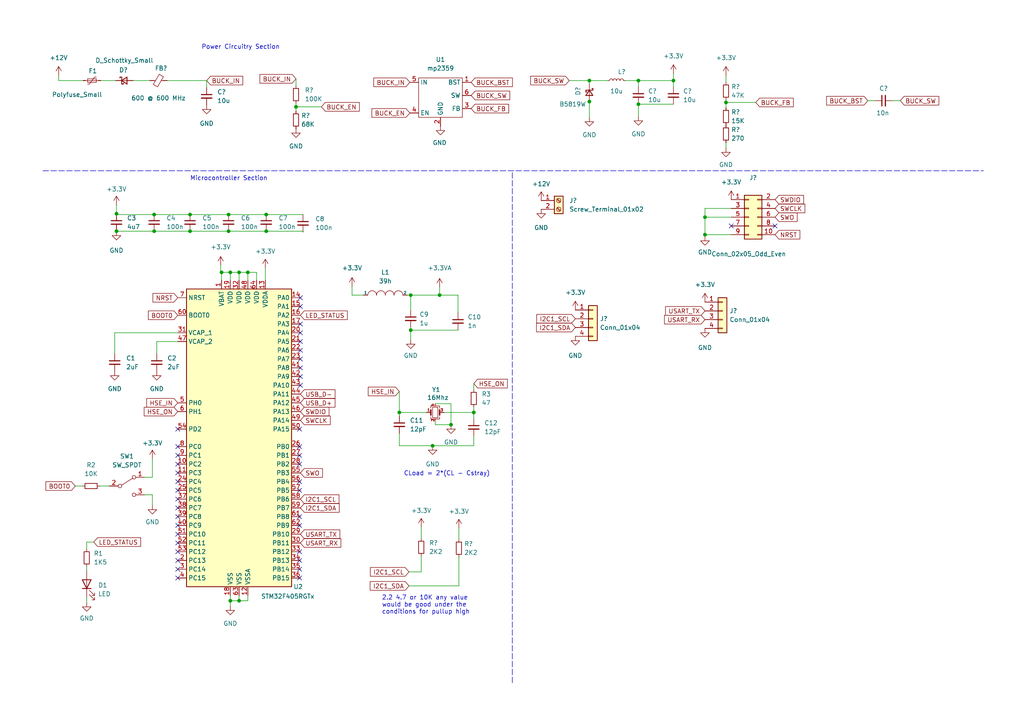
<source format=kicad_sch>
(kicad_sch (version 20211123) (generator eeschema)
  (paper "A4")
  (title_block (title "STM32F4_REV") (date "2022-10-16") (rev "2.0") (company "ROBOTICS_CLUB"))
  (lib_symbols
    (symbol "Connector:Screw_Terminal_01x02" (pin_names (offset 1.016) hide)
      (property "Reference" "J" (at 0 2.54 0))
      (property "Value" "Screw_Terminal_01x02" (at 0 -5.08 0))
      (symbol "Screw_Terminal_01x02_1_1"
        (rectangle (start -1.27 1.27) (end 1.27 -3.81) (stroke (width 0.254)) (fill (type background)))
        (circle (center 0 -2.54) (radius 0.635) (stroke (width 0.1524)))
        (polyline (pts (xy -0.5334 -2.2098) (xy 0.3302 -3.048)) (stroke (width 0.1524)))
        (polyline (pts (xy -0.5334 0.3302) (xy 0.3302 -0.508)) (stroke (width 0.1524)))
        (polyline (pts (xy -0.3556 -2.032) (xy 0.508 -2.8702)) (stroke (width 0.1524)))
        (polyline (pts (xy -0.3556 0.508) (xy 0.508 -0.3302)) (stroke (width 0.1524)))
        (circle (center 0 0) (radius 0.635) (stroke (width 0.1524)))
        (pin passive line (at -5.08 0 0) (length 3.81) (name "Pin_1") (number "1"))
        (pin passive line (at -5.08 -2.54 0) (length 3.81) (name "Pin_2") (number "2"))
      )
    )
    (symbol "Connector_Generic:Conn_01x04" (pin_names (offset 1.016) hide)
      (property "Reference" "J" (at 0 5.08 0))
      (property "Value" "Conn_01x04" (at 0 -7.62 0))
      (symbol "Conn_01x04_1_1"
        (rectangle (start -1.27 -4.953) (end 0 -5.207) (stroke (width 0.1524)))
        (rectangle (start -1.27 -2.413) (end 0 -2.667) (stroke (width 0.1524)))
        (rectangle (start -1.27 0.127) (end 0 -0.127) (stroke (width 0.1524)))
        (rectangle (start -1.27 2.667) (end 0 2.413) (stroke (width 0.1524)))
        (rectangle (start -1.27 3.81) (end 1.27 -6.35) (stroke (width 0.254)) (fill (type background)))
        (pin passive line (at -5.08 2.54 0) (length 3.81) (name "Pin_1") (number "1"))
        (pin passive line (at -5.08 0 0) (length 3.81) (name "Pin_2") (number "2"))
        (pin passive line (at -5.08 -2.54 0) (length 3.81) (name "Pin_3") (number "3"))
        (pin passive line (at -5.08 -5.08 0) (length 3.81) (name "Pin_4") (number "4"))
      )
    )
    (symbol "Connector_Generic:Conn_02x05_Odd_Even" (pin_names (offset 1.016) hide)
      (property "Reference" "J" (at 1.27 7.62 0))
      (property "Value" "Conn_02x05_Odd_Even" (at 1.27 -7.62 0))
      (symbol "Conn_02x05_Odd_Even_1_1"
        (rectangle (start -1.27 -4.953) (end 0 -5.207) (stroke (width 0.1524)))
        (rectangle (start -1.27 -2.413) (end 0 -2.667) (stroke (width 0.1524)))
        (rectangle (start -1.27 0.127) (end 0 -0.127) (stroke (width 0.1524)))
        (rectangle (start -1.27 2.667) (end 0 2.413) (stroke (width 0.1524)))
        (rectangle (start -1.27 5.207) (end 0 4.953) (stroke (width 0.1524)))
        (rectangle (start -1.27 6.35) (end 3.81 -6.35) (stroke (width 0.254)) (fill (type background)))
        (rectangle (start 3.81 -4.953) (end 2.54 -5.207) (stroke (width 0.1524)))
        (rectangle (start 3.81 -2.413) (end 2.54 -2.667) (stroke (width 0.1524)))
        (rectangle (start 3.81 0.127) (end 2.54 -0.127) (stroke (width 0.1524)))
        (rectangle (start 3.81 2.667) (end 2.54 2.413) (stroke (width 0.1524)))
        (rectangle (start 3.81 5.207) (end 2.54 4.953) (stroke (width 0.1524)))
        (pin passive line (at -5.08 5.08 0) (length 3.81) (name "Pin_1") (number "1"))
        (pin passive line (at 7.62 -5.08 180) (length 3.81) (name "Pin_10") (number "10"))
        (pin passive line (at 7.62 5.08 180) (length 3.81) (name "Pin_2") (number "2"))
        (pin passive line (at -5.08 2.54 0) (length 3.81) (name "Pin_3") (number "3"))
        (pin passive line (at 7.62 2.54 180) (length 3.81) (name "Pin_4") (number "4"))
        (pin passive line (at -5.08 0 0) (length 3.81) (name "Pin_5") (number "5"))
        (pin passive line (at 7.62 0 180) (length 3.81) (name "Pin_6") (number "6"))
        (pin passive line (at -5.08 -2.54 0) (length 3.81) (name "Pin_7") (number "7"))
        (pin passive line (at 7.62 -2.54 180) (length 3.81) (name "Pin_8") (number "8"))
        (pin passive line (at -5.08 -5.08 0) (length 3.81) (name "Pin_9") (number "9"))
      )
    )
    (symbol "Device:C_Small" (pin_numbers hide) (pin_names (offset 0.254) hide)
      (property "Reference" "C" (at 0.254 1.778 0))
      (property "Value" "C_Small" (at 0.254 -2.032 0))
      (symbol "C_Small_0_1"
        (polyline (pts (xy -1.524 -0.508) (xy 1.524 -0.508)) (stroke (width 0.3302)))
        (polyline (pts (xy -1.524 0.508) (xy 1.524 0.508)) (stroke (width 0.3048)))
      )
      (symbol "C_Small_1_1"
        (pin passive line (at 0 2.54 270) (length 2.032) (name "~") (number "1"))
        (pin passive line (at 0 -2.54 90) (length 2.032) (name "~") (number "2"))
      )
    )
    (symbol "Device:Crystal_GND24_Small" (pin_names (offset 1.016) hide)
      (property "Reference" "Y" (at 1.27 4.445 0))
      (property "Value" "Crystal_GND24_Small" (at 1.27 2.54 0))
      (symbol "Crystal_GND24_Small_0_1"
        (rectangle (start -0.762 -1.524) (end 0.762 1.524))
        (polyline (pts (xy -1.27 -0.762) (xy -1.27 0.762)) (stroke (width 0.381)))
        (polyline (pts (xy 1.27 -0.762) (xy 1.27 0.762)) (stroke (width 0.381)))
        (polyline (pts (xy -1.27 -1.27) (xy -1.27 -1.905) (xy 1.27 -1.905) (xy 1.27 -1.27)))
        (polyline (pts (xy -1.27 1.27) (xy -1.27 1.905) (xy 1.27 1.905) (xy 1.27 1.27)))
      )
      (symbol "Crystal_GND24_Small_1_1"
        (pin passive line (at -2.54 0 0) (length 1.27) (name "1") (number "1"))
        (pin passive line (at 0 -2.54 90) (length 0.635) (name "2") (number "2"))
        (pin passive line (at 2.54 0 180) (length 1.27) (name "3") (number "3"))
        (pin passive line (at 0 2.54 270) (length 0.635) (name "4") (number "4"))
      )
    )
    (symbol "Device:D_Schottky_Small" (pin_numbers hide) (pin_names (offset 0.254) hide)
      (property "Reference" "D" (at -1.27 2.032 0))
      (property "Value" "D_Schottky_Small" (at -7.112 -2.032 0))
      (symbol "D_Schottky_Small_0_1"
        (polyline (pts (xy -0.762 0) (xy 0.762 0)))
        (polyline (pts (xy 0.762 -1.016) (xy -0.762 0) (xy 0.762 1.016) (xy 0.762 -1.016)) (stroke (width 0.254)))
        (polyline (pts (xy -1.27 0.762) (xy -1.27 1.016) (xy -0.762 1.016) (xy -0.762 -1.016) (xy -0.254 -1.016) (xy -0.254 -0.762)) (stroke (width 0.254)))
      )
      (symbol "D_Schottky_Small_1_1"
        (pin passive line (at -2.54 0 0) (length 1.778) (name "K") (number "1"))
        (pin passive line (at 2.54 0 180) (length 1.778) (name "A") (number "2"))
      )
    )
    (symbol "Device:FerriteBead_Small" (pin_numbers hide) (pin_names (offset 0))
      (property "Reference" "FB" (at 1.905 1.27 0))
      (property "Value" "FerriteBead_Small" (at 1.905 -1.27 0))
      (symbol "FerriteBead_Small_0_1"
        (polyline (pts (xy 0 -1.27) (xy 0 -0.7874)))
        (polyline (pts (xy 0 0.889) (xy 0 1.2954)))
        (polyline (pts (xy -1.8288 0.2794) (xy -1.1176 1.4986) (xy 1.8288 -0.2032) (xy 1.1176 -1.4224) (xy -1.8288 0.2794)))
      )
      (symbol "FerriteBead_Small_1_1"
        (pin passive line (at 0 2.54 270) (length 1.27) (name "~") (number "1"))
        (pin passive line (at 0 -2.54 90) (length 1.27) (name "~") (number "2"))
      )
    )
    (symbol "Device:LED" (pin_numbers hide) (pin_names (offset 1.016) hide)
      (property "Reference" "D" (at 0 2.54 0))
      (property "Value" "LED" (at 0 -2.54 0))
      (symbol "LED_0_1"
        (polyline (pts (xy -1.27 -1.27) (xy -1.27 1.27)) (stroke (width 0.254)))
        (polyline (pts (xy -1.27 0) (xy 1.27 0)))
        (polyline (pts (xy 1.27 -1.27) (xy 1.27 1.27) (xy -1.27 0) (xy 1.27 -1.27)) (stroke (width 0.254)))
        (polyline (pts (xy -3.048 -0.762) (xy -4.572 -2.286) (xy -3.81 -2.286) (xy -4.572 -2.286) (xy -4.572 -1.524)))
        (polyline (pts (xy -1.778 -0.762) (xy -3.302 -2.286) (xy -2.54 -2.286) (xy -3.302 -2.286) (xy -3.302 -1.524)))
      )
      (symbol "LED_1_1"
        (pin passive line (at -3.81 0 0) (length 2.54) (name "K") (number "1"))
        (pin passive line (at 3.81 0 180) (length 2.54) (name "A") (number "2"))
      )
    )
    (symbol "Device:L_Small" (pin_numbers hide) (pin_names (offset 0.254) hide)
      (property "Reference" "L" (at 0.762 1.016 0))
      (property "Value" "L_Small" (at 0.762 -1.016 0))
      (symbol "L_Small_0_1"
        (arc (start 0 -2.032) (mid 0.508 -1.524) (end 0 -1.016))
        (arc (start 0 -1.016) (mid 0.508 -0.508) (end 0 0))
        (arc (start 0 0) (mid 0.508 0.508) (end 0 1.016))
        (arc (start 0 1.016) (mid 0.508 1.524) (end 0 2.032))
      )
      (symbol "L_Small_1_1"
        (pin passive line (at 0 2.54 270) (length 0.508) (name "~") (number "1"))
        (pin passive line (at 0 -2.54 90) (length 0.508) (name "~") (number "2"))
      )
    )
    (symbol "Device:Polyfuse_Small" (pin_numbers hide) (pin_names (offset 0))
      (property "Reference" "F" (at -1.905 0 90))
      (property "Value" "Polyfuse_Small" (at 1.905 0 90))
      (symbol "Polyfuse_Small_0_1"
        (rectangle (start -0.508 1.27) (end 0.508 -1.27))
        (polyline (pts (xy 0 2.54) (xy 0 -2.54)))
        (polyline (pts (xy -1.016 1.27) (xy -1.016 0.762) (xy 1.016 -0.762) (xy 1.016 -1.27)))
      )
      (symbol "Polyfuse_Small_1_1"
        (pin passive line (at 0 2.54 270) (length 0.635) (name "~") (number "1"))
        (pin passive line (at 0 -2.54 90) (length 0.635) (name "~") (number "2"))
      )
    )
    (symbol "Device:R_Small" (pin_numbers hide) (pin_names (offset 0.254) hide)
      (property "Reference" "R" (at 0.762 0.508 0))
      (property "Value" "R_Small" (at 0.762 -1.016 0))
      (symbol "R_Small_0_1"
        (rectangle (start -0.762 1.778) (end 0.762 -1.778) (stroke (width 0.2032)))
      )
      (symbol "R_Small_1_1"
        (pin passive line (at 0 2.54 270) (length 0.762) (name "~") (number "1"))
        (pin passive line (at 0 -2.54 90) (length 0.762) (name "~") (number "2"))
      )
    )
    (symbol "MCU_ST_STM32F4:STM32F405RGTx"
      (property "Reference" "U" (at -15.24 44.45 0))
      (property "Value" "STM32F405RGTx" (at 10.16 44.45 0))
      (symbol "STM32F405RGTx_0_1"
        (rectangle (start -15.24 -43.18) (end 15.24 43.18) (stroke (width 0.254)) (fill (type background)))
      )
      (symbol "STM32F405RGTx_1_1"
        (pin power_in line (at -5.08 45.72 270) (length 2.54) (name "VBAT") (number "1"))
        (pin bidirectional line (at -17.78 -7.62 0) (length 2.54) (name "PC2") (number "10"))
        (pin bidirectional line (at -17.78 -10.16 0) (length 2.54) (name "PC3") (number "11"))
        (pin power_in line (at 2.54 -45.72 90) (length 2.54) (name "VSSA") (number "12"))
        (pin power_in line (at 7.62 45.72 270) (length 2.54) (name "VDDA") (number "13"))
        (pin bidirectional line (at 17.78 40.64 180) (length 2.54) (name "PA0") (number "14"))
        (pin bidirectional line (at 17.78 38.1 180) (length 2.54) (name "PA1") (number "15"))
        (pin bidirectional line (at 17.78 35.56 180) (length 2.54) (name "PA2") (number "16"))
        (pin bidirectional line (at 17.78 33.02 180) (length 2.54) (name "PA3") (number "17"))
        (pin power_in line (at -2.54 -45.72 90) (length 2.54) (name "VSS") (number "18"))
        (pin power_in line (at -2.54 45.72 270) (length 2.54) (name "VDD") (number "19"))
        (pin bidirectional line (at -17.78 -35.56 0) (length 2.54) (name "PC13") (number "2"))
        (pin bidirectional line (at 17.78 30.48 180) (length 2.54) (name "PA4") (number "20"))
        (pin bidirectional line (at 17.78 27.94 180) (length 2.54) (name "PA5") (number "21"))
        (pin bidirectional line (at 17.78 25.4 180) (length 2.54) (name "PA6") (number "22"))
        (pin bidirectional line (at 17.78 22.86 180) (length 2.54) (name "PA7") (number "23"))
        (pin bidirectional line (at -17.78 -12.7 0) (length 2.54) (name "PC4") (number "24"))
        (pin bidirectional line (at -17.78 -15.24 0) (length 2.54) (name "PC5") (number "25"))
        (pin bidirectional line (at 17.78 -2.54 180) (length 2.54) (name "PB0") (number "26"))
        (pin bidirectional line (at 17.78 -5.08 180) (length 2.54) (name "PB1") (number "27"))
        (pin bidirectional line (at 17.78 -7.62 180) (length 2.54) (name "PB2") (number "28"))
        (pin bidirectional line (at 17.78 -27.94 180) (length 2.54) (name "PB10") (number "29"))
        (pin bidirectional line (at -17.78 -38.1 0) (length 2.54) (name "PC14") (number "3"))
        (pin bidirectional line (at 17.78 -30.48 180) (length 2.54) (name "PB11") (number "30"))
        (pin power_in line (at -17.78 30.48 0) (length 2.54) (name "VCAP_1") (number "31"))
        (pin power_in line (at 0 45.72 270) (length 2.54) (name "VDD") (number "32"))
        (pin bidirectional line (at 17.78 -33.02 180) (length 2.54) (name "PB12") (number "33"))
        (pin bidirectional line (at 17.78 -35.56 180) (length 2.54) (name "PB13") (number "34"))
        (pin bidirectional line (at 17.78 -38.1 180) (length 2.54) (name "PB14") (number "35"))
        (pin bidirectional line (at 17.78 -40.64 180) (length 2.54) (name "PB15") (number "36"))
        (pin bidirectional line (at -17.78 -17.78 0) (length 2.54) (name "PC6") (number "37"))
        (pin bidirectional line (at -17.78 -20.32 0) (length 2.54) (name "PC7") (number "38"))
        (pin bidirectional line (at -17.78 -22.86 0) (length 2.54) (name "PC8") (number "39"))
        (pin bidirectional line (at -17.78 -40.64 0) (length 2.54) (name "PC15") (number "4"))
        (pin bidirectional line (at -17.78 -25.4 0) (length 2.54) (name "PC9") (number "40"))
        (pin bidirectional line (at 17.78 20.32 180) (length 2.54) (name "PA8") (number "41"))
        (pin bidirectional line (at 17.78 17.78 180) (length 2.54) (name "PA9") (number "42"))
        (pin bidirectional line (at 17.78 15.24 180) (length 2.54) (name "PA10") (number "43"))
        (pin bidirectional line (at 17.78 12.7 180) (length 2.54) (name "PA11") (number "44"))
        (pin bidirectional line (at 17.78 10.16 180) (length 2.54) (name "PA12") (number "45"))
        (pin bidirectional line (at 17.78 7.62 180) (length 2.54) (name "PA13") (number "46"))
        (pin power_in line (at -17.78 27.94 0) (length 2.54) (name "VCAP_2") (number "47"))
        (pin power_in line (at 2.54 45.72 270) (length 2.54) (name "VDD") (number "48"))
        (pin bidirectional line (at 17.78 5.08 180) (length 2.54) (name "PA14") (number "49"))
        (pin input line (at -17.78 10.16 0) (length 2.54) (name "PH0") (number "5"))
        (pin bidirectional line (at 17.78 2.54 180) (length 2.54) (name "PA15") (number "50"))
        (pin bidirectional line (at -17.78 -27.94 0) (length 2.54) (name "PC10") (number "51"))
        (pin bidirectional line (at -17.78 -30.48 0) (length 2.54) (name "PC11") (number "52"))
        (pin bidirectional line (at -17.78 -33.02 0) (length 2.54) (name "PC12") (number "53"))
        (pin bidirectional line (at -17.78 2.54 0) (length 2.54) (name "PD2") (number "54"))
        (pin bidirectional line (at 17.78 -10.16 180) (length 2.54) (name "PB3") (number "55"))
        (pin bidirectional line (at 17.78 -12.7 180) (length 2.54) (name "PB4") (number "56"))
        (pin bidirectional line (at 17.78 -15.24 180) (length 2.54) (name "PB5") (number "57"))
        (pin bidirectional line (at 17.78 -17.78 180) (length 2.54) (name "PB6") (number "58"))
        (pin bidirectional line (at 17.78 -20.32 180) (length 2.54) (name "PB7") (number "59"))
        (pin input line (at -17.78 7.62 0) (length 2.54) (name "PH1") (number "6"))
        (pin input line (at -17.78 35.56 0) (length 2.54) (name "BOOT0") (number "60"))
        (pin bidirectional line (at 17.78 -22.86 180) (length 2.54) (name "PB8") (number "61"))
        (pin bidirectional line (at 17.78 -25.4 180) (length 2.54) (name "PB9") (number "62"))
        (pin power_in line (at 0 -45.72 90) (length 2.54) (name "VSS") (number "63"))
        (pin power_in line (at 5.08 45.72 270) (length 2.54) (name "VDD") (number "64"))
        (pin input line (at -17.78 40.64 0) (length 2.54) (name "NRST") (number "7"))
        (pin bidirectional line (at -17.78 -2.54 0) (length 2.54) (name "PC0") (number "8"))
        (pin bidirectional line (at -17.78 -5.08 0) (length 2.54) (name "PC1") (number "9"))
      )
    )
    (symbol "Prashant_library:mp2359"
      (property "Reference" "U" (at 0 6.35 0))
      (property "Value" "mp2359" (at -1.27 0 0))
      (symbol "mp2359_0_1"
        (rectangle (start -6.35 5.08) (end 6.35 -6.35))
      )
      (symbol "mp2359_1_1"
        (pin input line (at 8.89 3.81 180) (length 2.54) (name "BST") (number "1"))
        (pin input line (at 0 -8.89 90) (length 2.54) (name "GND") (number "2"))
        (pin input line (at 8.89 -3.81 180) (length 2.54) (name "FB") (number "3"))
        (pin input line (at -8.89 -5.08 0) (length 2.54) (name "EN") (number "4"))
        (pin input line (at -8.89 3.81 0) (length 2.54) (name "IN") (number "5"))
        (pin input line (at 8.89 0 180) (length 2.54) (name "SW") (number "6"))
      )
    )
    (symbol "Switch:SW_SPDT" (pin_names (offset 0) hide)
      (property "Reference" "SW" (at 0 4.318 0))
      (property "Value" "SW_SPDT" (at 0 -5.08 0))
      (symbol "SW_SPDT_0_0"
        (circle (center -2.032 0) (radius 0.508))
        (circle (center 2.032 -2.54) (radius 0.508))
      )
      (symbol "SW_SPDT_0_1"
        (polyline (pts (xy -1.524 0.254) (xy 1.651 2.286)))
        (circle (center 2.032 2.54) (radius 0.508))
      )
      (symbol "SW_SPDT_1_1"
        (pin passive line (at 5.08 2.54 180) (length 2.54) (name "A") (number "1"))
        (pin passive line (at -5.08 0 0) (length 2.54) (name "B") (number "2"))
        (pin passive line (at 5.08 -2.54 180) (length 2.54) (name "C") (number "3"))
      )
    )
    (symbol "power:+12V" (power) (pin_names (offset 0))
      (property "Value" "+12V" (at 0 3.556 0))
      (symbol "+12V_0_1"
        (polyline (pts (xy -0.762 1.27) (xy 0 2.54)))
        (polyline (pts (xy 0 0) (xy 0 2.54)))
        (polyline (pts (xy 0 2.54) (xy 0.762 1.27)))
      )
      (symbol "+12V_1_1"
        (pin power_in line (at 0 0 90) (length 0) hide (name "+12V") (number "1"))
      )
    )
    (symbol "power:+3.3V" (power) (pin_names (offset 0))
      (property "Value" "+3.3V" (at 0 3.556 0))
      (symbol "+3.3V_0_1"
        (polyline (pts (xy -0.762 1.27) (xy 0 2.54)))
        (polyline (pts (xy 0 0) (xy 0 2.54)))
        (polyline (pts (xy 0 2.54) (xy 0.762 1.27)))
      )
      (symbol "+3.3V_1_1"
        (pin power_in line (at 0 0 90) (length 0) hide (name "+3.3V") (number "1"))
      )
    )
    (symbol "power:+3.3VA" (power) (pin_names (offset 0))
      (property "Value" "+3.3VA" (at 0 3.556 0))
      (symbol "+3.3VA_0_1"
        (polyline (pts (xy -0.762 1.27) (xy 0 2.54)))
        (polyline (pts (xy 0 0) (xy 0 2.54)))
        (polyline (pts (xy 0 2.54) (xy 0.762 1.27)))
      )
      (symbol "+3.3VA_1_1"
        (pin power_in line (at 0 0 90) (length 0) hide (name "+3.3VA") (number "1"))
      )
    )
    (symbol "power:GND" (power) (pin_names (offset 0))
      (property "Value" "GND" (at 0 -3.81 0))
      (symbol "GND_0_1"
        (polyline (pts (xy 0 0) (xy 0 -1.27) (xy 1.27 -1.27) (xy 0 -2.54) (xy -1.27 -1.27) (xy 0 -1.27)))
      )
      (symbol "GND_1_1"
        (pin power_in line (at 0 0 270) (length 0) hide (name "GND") (number "1"))
      )
    )
    (symbol "pspice:INDUCTOR" (pin_numbers hide) (pin_names (offset 0))
      (property "Reference" "L" (at 0 2.54 0))
      (property "Value" "INDUCTOR" (at 0 -1.27 0))
      (symbol "INDUCTOR_0_1"
        (arc (start -2.54 0) (mid -3.81 1.27) (end -5.08 0))
        (arc (start 0 0) (mid -1.27 1.27) (end -2.54 0))
        (arc (start 2.54 0) (mid 1.27 1.27) (end 0 0))
        (arc (start 5.08 0) (mid 3.81 1.27) (end 2.54 0))
      )
      (symbol "INDUCTOR_1_1"
        (pin input line (at -6.35 0 0) (length 1.27) (name "1") (number "1"))
        (pin input line (at 6.35 0 180) (length 1.27) (name "2") (number "2"))
      )
    )
  )
  (junction (at 33.782 67.056))
  (junction (at 69.342 174.244))
  (junction (at 185.166 23.368))
  (junction (at 130.81 123.19))
  (junction (at 195.326 23.368))
  (junction (at 119.126 95.758))
  (junction (at 64.262 78.994))
  (junction (at 85.852 30.988))
  (junction (at 125.476 129.286))
  (junction (at 44.704 62.23))
  (junction (at 33.782 61.976))
  (junction (at 44.704 67.056))
  (junction (at 71.882 78.994))
  (junction (at 66.802 174.244))
  (junction (at 69.342 78.994))
  (junction (at 66.294 67.056))
  (junction (at 55.118 62.23))
  (junction (at 66.802 78.994))
  (junction (at 55.118 67.056))
  (junction (at 185.166 30.226))
  (junction (at 204.47 62.992))
  (junction (at 127.508 85.598))
  (junction (at 170.942 23.368))
  (junction (at 170.942 29.464))
  (junction (at 119.126 85.598))
  (junction (at 204.47 68.072))
  (junction (at 137.414 119.634))
  (junction (at 115.824 119.634))
  (junction (at 210.566 29.718))
  (junction (at 77.216 67.056))
  (junction (at 77.216 62.23))
  (junction (at 66.294 62.23))
  (no_connect (at 87.122 101.6))
  (no_connect (at 86.868 139.7))
  (no_connect (at 86.868 162.56))
  (no_connect (at 87.122 96.52))
  (no_connect (at 224.79 65.532))
  (no_connect (at 212.09 65.532))
  (no_connect (at 51.562 137.16))
  (no_connect (at 87.122 93.98))
  (no_connect (at 51.562 132.08))
  (no_connect (at 87.122 88.9))
  (no_connect (at 51.562 147.32))
  (no_connect (at 87.122 111.76))
  (no_connect (at 86.868 132.08))
  (no_connect (at 51.562 124.46))
  (no_connect (at 86.868 160.02))
  (no_connect (at 51.562 167.64))
  (no_connect (at 51.562 154.94))
  (no_connect (at 51.562 165.1))
  (no_connect (at 87.122 104.14))
  (no_connect (at 51.562 139.7))
  (no_connect (at 86.868 134.62))
  (no_connect (at 87.122 106.68))
  (no_connect (at 86.868 152.4))
  (no_connect (at 51.562 142.24))
  (no_connect (at 87.122 86.36))
  (no_connect (at 86.868 167.64))
  (no_connect (at 86.868 129.54))
  (no_connect (at 51.562 152.4))
  (no_connect (at 51.562 157.48))
  (no_connect (at 51.562 162.56))
  (no_connect (at 87.122 109.22))
  (no_connect (at 51.562 144.78))
  (no_connect (at 51.562 134.62))
  (no_connect (at 86.868 142.24))
  (no_connect (at 51.562 129.54))
  (no_connect (at 86.868 124.46))
  (no_connect (at 51.562 149.86))
  (no_connect (at 87.122 99.06))
  (no_connect (at 51.562 160.02))
  (no_connect (at 86.868 165.1))
  (no_connect (at 86.868 149.86))
  (wire (pts (xy 33.274 96.52) (xy 51.562 96.52)))
  (wire (pts (xy 102.108 85.598) (xy 105.41 85.598)))
  (wire (pts (xy 66.802 175.768) (xy 66.802 174.244)))
  (wire (pts (xy 115.824 125.73) (xy 115.824 129.286)))
  (wire (pts (xy 204.47 68.072) (xy 204.47 68.58)))
  (wire (pts (xy 25.146 157.226) (xy 25.146 159.258)))
  (wire (pts (xy 132.842 85.598) (xy 132.842 90.678)))
  (wire (pts (xy 170.942 23.368) (xy 176.276 23.368)))
  (wire (pts (xy 25.146 173.228) (xy 25.146 174.752)))
  (wire (pts (xy 76.962 77.724) (xy 76.962 81.28)))
  (wire (pts (xy 66.802 174.244) (xy 69.342 174.244)))
  (wire (pts (xy 66.294 62.23) (xy 55.118 62.23)))
  (wire (pts (xy 210.566 28.956) (xy 210.566 29.718)))
  (wire (pts (xy 38.608 23.368) (xy 43.434 23.368)))
  (wire (pts (xy 71.882 78.994) (xy 74.422 78.994)))
  (wire (pts (xy 170.942 23.368) (xy 170.942 24.384)))
  (wire (pts (xy 181.356 23.368) (xy 185.166 23.368)))
  (wire (pts (xy 195.326 21.336) (xy 195.326 23.368)))
  (wire (pts (xy 71.882 174.244) (xy 71.882 172.72)))
  (wire (pts (xy 204.47 62.992) (xy 204.47 68.072)))
  (wire (pts (xy 137.414 126.492) (xy 137.414 129.286)))
  (wire (pts (xy 85.852 29.972) (xy 85.852 30.988)))
  (wire (pts (xy 74.422 78.994) (xy 74.422 81.28)))
  (wire (pts (xy 33.782 62.23) (xy 33.782 61.976)))
  (wire (pts (xy 195.326 23.368) (xy 195.326 25.146)))
  (wire (pts (xy 119.126 94.996) (xy 119.126 95.758)))
  (wire (pts (xy 128.778 119.634) (xy 137.414 119.634)))
  (wire (pts (xy 44.196 143.51) (xy 44.196 146.558)))
  (wire (pts (xy 55.118 62.23) (xy 44.704 62.23)))
  (wire (pts (xy 64.262 78.994) (xy 66.802 78.994)))
  (wire (pts (xy 77.216 62.23) (xy 66.294 62.23)))
  (wire (pts (xy 69.342 174.244) (xy 71.882 174.244)))
  (wire (pts (xy 33.782 67.056) (xy 44.704 67.056)))
  (wire (pts (xy 122.174 152.908) (xy 122.174 156.21)))
  (wire (pts (xy 28.956 140.97) (xy 31.75 140.97)))
  (wire (pts (xy 25.146 164.338) (xy 25.146 165.608)))
  (wire (pts (xy 64.008 76.962) (xy 64.008 78.994)))
  (wire (pts (xy 130.81 117.094) (xy 130.81 123.19)))
  (wire (pts (xy 127.508 85.598) (xy 132.842 85.598)))
  (wire (pts (xy 29.21 23.368) (xy 33.528 23.368)))
  (wire (pts (xy 137.414 111.252) (xy 137.414 113.03)))
  (wire (pts (xy 115.824 129.286) (xy 125.476 129.286)))
  (wire (pts (xy 258.826 29.21) (xy 261.112 29.21)))
  (wire (pts (xy 71.882 78.994) (xy 71.882 81.28)))
  (wire (pts (xy 44.704 62.23) (xy 33.782 62.23)))
  (wire (pts (xy 66.802 172.72) (xy 66.802 174.244)))
  (wire (pts (xy 127.508 83.312) (xy 127.508 85.598)))
  (wire (pts (xy 87.884 67.056) (xy 87.884 67.31)))
  (wire (pts (xy 212.09 62.992) (xy 204.47 62.992)))
  (wire (pts (xy 17.018 23.368) (xy 24.13 23.368)))
  (wire (pts (xy 33.274 96.52) (xy 33.274 102.616)))
  (wire (pts (xy 21.844 140.97) (xy 23.876 140.97)))
  (wire (pts (xy 210.566 41.402) (xy 210.566 42.926)))
  (wire (pts (xy 204.47 60.452) (xy 204.47 62.992)))
  (wire (pts (xy 33.782 59.436) (xy 33.782 61.976)))
  (wire (pts (xy 137.414 119.634) (xy 137.414 121.412)))
  (wire (pts (xy 87.884 62.23) (xy 77.216 62.23)))
  (wire (pts (xy 119.126 95.758) (xy 119.126 98.552)))
  (wire (pts (xy 85.852 22.86) (xy 85.852 24.892)))
  (wire (pts (xy 118.618 165.862) (xy 122.174 165.862)))
  (wire (pts (xy 44.196 138.43) (xy 41.91 138.43)))
  (wire (pts (xy 204.47 68.072) (xy 212.09 68.072)))
  (wire (pts (xy 212.09 60.452) (xy 204.47 60.452)))
  (wire (pts (xy 118.618 169.926) (xy 133.096 169.926)))
  (wire (pts (xy 133.096 153.162) (xy 133.096 156.464)))
  (wire (pts (xy 170.942 29.464) (xy 170.942 34.036)))
  (wire (pts (xy 119.126 85.598) (xy 118.11 85.598)))
  (wire (pts (xy 185.166 23.368) (xy 195.326 23.368)))
  (wire (pts (xy 66.802 78.994) (xy 69.342 78.994)))
  (wire (pts (xy 77.216 61.976) (xy 77.216 62.23)))
  (wire (pts (xy 27.178 157.226) (xy 25.146 157.226)))
  (wire (pts (xy 85.852 30.988) (xy 85.852 32.258)))
  (wire (pts (xy 45.466 99.06) (xy 45.466 102.616)))
  (wire (pts (xy 55.118 67.056) (xy 66.294 67.056)))
  (wire (pts (xy 185.166 30.226) (xy 195.326 30.226)))
  (wire (pts (xy 69.342 81.28) (xy 69.342 78.994)))
  (wire (pts (xy 115.824 119.634) (xy 115.824 120.65)))
  (wire (pts (xy 126.238 123.19) (xy 126.238 122.174)))
  (wire (pts (xy 122.174 165.862) (xy 122.174 161.29)))
  (wire (pts (xy 66.294 67.056) (xy 77.216 67.056)))
  (wire (pts (xy 44.704 61.976) (xy 44.704 62.23)))
  (wire (pts (xy 133.096 169.926) (xy 133.096 161.544)))
  (wire (pts (xy 130.81 123.19) (xy 126.238 123.19)))
  (wire (pts (xy 125.476 129.286) (xy 137.414 129.286)))
  (wire (pts (xy 119.126 85.598) (xy 127.508 85.598)))
  (wire (pts (xy 119.126 95.758) (xy 132.842 95.758)))
  (wire (pts (xy 210.566 21.844) (xy 210.566 23.876)))
  (wire (pts (xy 219.202 29.718) (xy 210.566 29.718)))
  (wire (pts (xy 66.294 61.976) (xy 66.294 62.23)))
  (wire (pts (xy 210.566 29.718) (xy 210.566 31.242)))
  (wire (pts (xy 165.1 23.368) (xy 170.942 23.368)))
  (wire (pts (xy 251.714 29.21) (xy 253.746 29.21)))
  (wire (pts (xy 64.262 78.994) (xy 64.262 81.28)))
  (wire (pts (xy 77.216 67.056) (xy 87.884 67.056)))
  (wire (pts (xy 69.342 78.994) (xy 71.882 78.994)))
  (wire (pts (xy 119.126 89.916) (xy 119.126 85.598)))
  (wire (pts (xy 44.704 67.056) (xy 55.118 67.056)))
  (wire (pts (xy 102.108 83.058) (xy 102.108 85.598)))
  (wire (pts (xy 185.166 23.368) (xy 185.166 25.146)))
  (wire (pts (xy 85.852 30.988) (xy 93.218 30.988)))
  (wire (pts (xy 170.942 29.464) (xy 170.942 29.21)))
  (wire (pts (xy 48.514 23.368) (xy 59.944 23.368)))
  (wire (pts (xy 17.018 21.844) (xy 17.018 23.368)))
  (wire (pts (xy 59.944 23.368) (xy 59.944 25.4)))
  (wire (pts (xy 41.91 143.51) (xy 44.196 143.51)))
  (wire (pts (xy 55.118 61.976) (xy 55.118 62.23)))
  (wire (pts (xy 185.166 30.226) (xy 185.166 33.782)))
  (polyline (pts (xy 148.59 50.038) (xy 148.59 198.12)))
  (wire (pts (xy 64.008 78.994) (xy 64.262 78.994)))
  (wire (pts (xy 137.414 118.11) (xy 137.414 119.634)))
  (wire (pts (xy 44.196 133.096) (xy 44.196 138.43)))
  (polyline (pts (xy 12.446 49.53) (xy 285.242 49.53)))
  (wire (pts (xy 69.342 172.72) (xy 69.342 174.244)))
  (wire (pts (xy 115.824 119.634) (xy 123.698 119.634)))
  (wire (pts (xy 126.238 117.094) (xy 130.81 117.094)))
  (wire (pts (xy 51.562 99.06) (xy 45.466 99.06)))
  (wire (pts (xy 66.802 81.28) (xy 66.802 78.994)))
  (wire (pts (xy 115.824 113.538) (xy 115.824 119.634)))
  (text "Power Circuitry Section\n" (at 58.42 14.478 0) (effects (font (size 1.27 1.27)) (justify left bottom)))
  (text "CLoad = 2*(CL - Cstray)" (at 117.094 138.176 0) (effects (font (size 1.27 1.27)) (justify left bottom)))
  (text "2.2 4.7 or 10K any value \nwould be good under the \nconditions for pullup high\n\n" (at 110.744 180.34 0) (effects (font (size 1.27 1.27)) (justify left bottom)))
  (text "Microcontroller Section\n" (at 55.118 52.578 0) (effects (font (size 1.27 1.27)) (justify left bottom)))
  (global_label "I2C1_SCL" (shape input) (at 118.618 165.862 180) (property "Intersheet References" "${INTERSHEET_REFS}" (effects hide)))
  (global_label "HSE_IN" (shape input) (at 115.824 113.538 180) (property "Intersheet References" "${INTERSHEET_REFS}" (effects hide)))
  (global_label "BUCK_SW" (shape input) (at 165.1 23.368 180) (property "Intersheet References" "${INTERSHEET_REFS}" (effects hide)))
  (global_label "USART_RX" (shape input) (at 87.122 157.48 0) (property "Intersheet References" "${INTERSHEET_REFS}" (effects hide)))
  (global_label "BUCK_SW" (shape input) (at 136.652 27.686 0) (property "Intersheet References" "${INTERSHEET_REFS}" (effects hide)))
  (global_label "HSE_IN" (shape input) (at 51.562 116.84 180) (property "Intersheet References" "${INTERSHEET_REFS}" (effects hide)))
  (global_label "USART_TX" (shape input) (at 204.47 90.17 180) (property "Intersheet References" "${INTERSHEET_REFS}" (effects hide)))
  (global_label "BUCK_FB" (shape input) (at 136.652 31.496 0) (property "Intersheet References" "${INTERSHEET_REFS}" (effects hide)))
  (global_label "BUCK_IN" (shape input) (at 118.872 23.876 180) (property "Intersheet References" "${INTERSHEET_REFS}" (effects hide)))
  (global_label "BUCK_EN" (shape input) (at 118.872 32.766 180) (property "Intersheet References" "${INTERSHEET_REFS}" (effects hide)))
  (global_label "BUCK_EN" (shape input) (at 93.218 30.988 0) (property "Intersheet References" "${INTERSHEET_REFS}" (effects hide)))
  (global_label "USB_D-" (shape input) (at 87.122 114.3 0) (property "Intersheet References" "${INTERSHEET_REFS}" (effects hide)))
  (global_label "NRST" (shape input) (at 224.79 68.072 0) (property "Intersheet References" "${INTERSHEET_REFS}" (effects hide)))
  (global_label "HSE_ON" (shape input) (at 51.562 119.38 180) (property "Intersheet References" "${INTERSHEET_REFS}" (effects hide)))
  (global_label "BOOT0" (shape input) (at 51.562 91.44 180) (property "Intersheet References" "${INTERSHEET_REFS}" (effects hide)))
  (global_label "BUCK_SW" (shape input) (at 261.112 29.21 0) (property "Intersheet References" "${INTERSHEET_REFS}" (effects hide)))
  (global_label "BOOT0" (shape input) (at 21.844 140.97 180) (property "Intersheet References" "${INTERSHEET_REFS}" (effects hide)))
  (global_label "BUCK_BST" (shape input) (at 136.652 23.876 0) (property "Intersheet References" "${INTERSHEET_REFS}" (effects hide)))
  (global_label "I2C1_SDA" (shape input) (at 118.618 169.926 180) (property "Intersheet References" "${INTERSHEET_REFS}" (effects hide)))
  (global_label "BUCK_FB" (shape input) (at 219.202 29.718 0) (property "Intersheet References" "${INTERSHEET_REFS}" (effects hide)))
  (global_label "I2C1_SCL" (shape input) (at 166.878 92.456 180) (property "Intersheet References" "${INTERSHEET_REFS}" (effects hide)))
  (global_label "BUCK_IN" (shape input) (at 59.944 23.368 0) (property "Intersheet References" "${INTERSHEET_REFS}" (effects hide)))
  (global_label "HSE_ON" (shape input) (at 137.414 111.252 0) (property "Intersheet References" "${INTERSHEET_REFS}" (effects hide)))
  (global_label "USB_D+" (shape input) (at 87.122 116.84 0) (property "Intersheet References" "${INTERSHEET_REFS}" (effects hide)))
  (global_label "SWO" (shape input) (at 87.122 137.16 0) (property "Intersheet References" "${INTERSHEET_REFS}" (effects hide)))
  (global_label "USART_TX" (shape input) (at 87.122 154.94 0) (property "Intersheet References" "${INTERSHEET_REFS}" (effects hide)))
  (global_label "I2C1_SDA" (shape input) (at 166.878 94.996 180) (property "Intersheet References" "${INTERSHEET_REFS}" (effects hide)))
  (global_label "SWO" (shape input) (at 224.79 62.992 0) (property "Intersheet References" "${INTERSHEET_REFS}" (effects hide)))
  (global_label "SWCLK" (shape input) (at 87.122 121.92 0) (property "Intersheet References" "${INTERSHEET_REFS}" (effects hide)))
  (global_label "SWDIO" (shape input) (at 87.122 119.38 0) (property "Intersheet References" "${INTERSHEET_REFS}" (effects hide)))
  (global_label "I2C1_SCL" (shape input) (at 87.122 144.78 0) (property "Intersheet References" "${INTERSHEET_REFS}" (effects hide)))
  (global_label "SWCLK" (shape input) (at 224.79 60.452 0) (property "Intersheet References" "${INTERSHEET_REFS}" (effects hide)))
  (global_label "LED_STATUS" (shape input) (at 27.178 157.226 0) (property "Intersheet References" "${INTERSHEET_REFS}" (effects hide)))
  (global_label "BUCK_BST" (shape input) (at 251.714 29.21 180) (property "Intersheet References" "${INTERSHEET_REFS}" (effects hide)))
  (global_label "BUCK_IN" (shape input) (at 85.852 22.86 180) (property "Intersheet References" "${INTERSHEET_REFS}" (effects hide)))
  (global_label "LED_STATUS" (shape input) (at 87.122 91.44 0) (property "Intersheet References" "${INTERSHEET_REFS}" (effects hide)))
  (global_label "NRST" (shape input) (at 51.562 86.36 180) (property "Intersheet References" "${INTERSHEET_REFS}" (effects hide)))
  (global_label "SWDIO" (shape input) (at 224.79 57.912 0) (property "Intersheet References" "${INTERSHEET_REFS}" (effects hide)))
  (global_label "I2C1_SDA" (shape input) (at 87.122 147.32 0) (property "Intersheet References" "${INTERSHEET_REFS}" (effects hide)))
  (global_label "USART_RX" (shape input) (at 204.47 92.71 180) (property "Intersheet References" "${INTERSHEET_REFS}" (effects hide)))
  (symbol (lib_id "power:GND") (at 25.146 174.752 0) (unit 1)
    (property "Reference" "#PWR0105" (effects hide))
    (property "Value" "GND" (at 25.146 179.324 0))
  )
  (symbol (lib_id "Device:C_Small") (at 256.286 29.21 90) (unit 1)
    (property "Reference" "C?" (at 256.286 25.654 90))
    (property "Value" "10n" (at 256.032 32.766 90))
  )
  (symbol (lib_id "Device:C_Small") (at 44.704 64.516 0) (unit 1)
    (property "Reference" "C4" (at 48.26 63.2522 0) (effects (justify left)))
    (property "Value" "100n" (at 48.26 65.7922 0) (effects (justify left)))
  )
  (symbol (lib_id "power:+3.3V") (at 44.196 133.096 0) (unit 1)
    (property "Reference" "#PWR0110" (effects hide))
    (property "Value" "+3.3V" (at 44.196 128.524 0))
  )
  (symbol (lib_id "Prashant_library:mp2359") (at 127.762 27.686 0) (unit 1)
    (property "Reference" "U1" (at 127.762 17.272 0))
    (property "Value" "mp2359" (at 127.762 19.812 0))
  )
  (symbol (lib_id "Connector_Generic:Conn_01x04") (at 171.958 92.456 0) (unit 1)
    (property "Reference" "J?" (at 173.99 92.4559 0) (effects (justify left)))
    (property "Value" "Conn_01x04" (at 173.99 94.9959 0) (effects (justify left)))
  )
  (symbol (lib_id "Device:C_Small") (at 55.118 64.516 0) (unit 1)
    (property "Reference" "C5" (at 58.674 63.2522 0) (effects (justify left)))
    (property "Value" "100n" (at 58.674 65.7922 0) (effects (justify left)))
  )
  (symbol (lib_id "power:+3.3V") (at 212.09 57.912 0) (unit 1)
    (property "Reference" "#PWR?" (effects hide))
    (property "Value" "+3.3V" (at 212.09 52.832 0))
  )
  (symbol (lib_id "Device:R_Small") (at 133.096 159.004 0) (unit 1)
    (property "Reference" "R?" (at 134.62 157.7339 0) (effects (justify left)))
    (property "Value" "2K2" (at 134.62 160.2739 0) (effects (justify left)))
  )
  (symbol (lib_id "Device:R_Small") (at 26.416 140.97 90) (unit 1)
    (property "Reference" "R2" (at 26.416 134.874 90))
    (property "Value" "10K" (at 26.416 137.414 90))
  )
  (symbol (lib_id "Device:R_Small") (at 210.566 38.862 0) (unit 1)
    (property "Reference" "R?" (at 212.09 37.5919 0) (effects (justify left)))
    (property "Value" "270" (at 212.09 40.1319 0) (effects (justify left)))
  )
  (symbol (lib_id "Device:C_Small") (at 66.294 64.516 0) (unit 1)
    (property "Reference" "C6" (at 69.85 63.2522 0) (effects (justify left)))
    (property "Value" "100n" (at 69.85 65.7922 0) (effects (justify left)))
  )
  (symbol (lib_id "Device:R_Small") (at 137.414 115.57 0) (unit 1)
    (property "Reference" "R3" (at 139.7 114.2999 0) (effects (justify left)))
    (property "Value" "47" (at 139.7 116.8399 0) (effects (justify left)))
  )
  (symbol (lib_id "power:GND") (at 170.942 34.036 0) (unit 1)
    (property "Reference" "#PWR?" (effects hide))
    (property "Value" "GND" (at 170.942 39.116 0))
  )
  (symbol (lib_id "power:+3.3V") (at 204.47 87.63 0) (unit 1)
    (property "Reference" "#PWR?" (effects hide))
    (property "Value" "+3.3V" (at 204.47 82.55 0))
  )
  (symbol (lib_id "power:+12V") (at 17.018 21.844 0) (unit 1)
    (property "Reference" "#PWR0114" (effects hide))
    (property "Value" "+12V" (at 17.018 16.764 0))
  )
  (symbol (lib_id "Device:R_Small") (at 210.566 33.782 0) (unit 1)
    (property "Reference" "R?" (at 212.09 32.5119 0) (effects (justify left)))
    (property "Value" "15K" (at 212.09 35.0519 0) (effects (justify left)))
  )
  (symbol (lib_id "Device:C_Small") (at 33.782 64.516 0) (unit 1)
    (property "Reference" "C3" (at 36.83 63.2522 0) (effects (justify left)))
    (property "Value" "4u7" (at 36.83 65.7922 0) (effects (justify left)))
  )
  (symbol (lib_id "power:+3.3V") (at 133.096 153.162 0) (unit 1)
    (property "Reference" "#PWR?" (effects hide))
    (property "Value" "+3.3V" (at 133.096 148.336 0))
  )
  (symbol (lib_id "power:GND") (at 210.566 42.926 0) (unit 1)
    (property "Reference" "#PWR?" (effects hide))
    (property "Value" "GND" (at 210.566 47.752 0))
  )
  (symbol (lib_id "power:+3.3V") (at 64.008 76.962 0) (unit 1)
    (property "Reference" "#PWR0102" (effects hide))
    (property "Value" "+3.3V" (at 64.008 71.628 0))
  )
  (symbol (lib_id "power:GND") (at 204.47 68.58 0) (unit 1)
    (property "Reference" "#PWR?" (effects hide))
    (property "Value" "GND" (at 204.47 73.152 0))
  )
  (symbol (lib_id "power:+3.3V") (at 166.878 89.916 0) (unit 1)
    (property "Reference" "#PWR?" (effects hide))
    (property "Value" "+3.3V" (at 166.878 84.836 0))
  )
  (symbol (lib_id "Device:C_Small") (at 87.884 64.77 0) (unit 1)
    (property "Reference" "C8" (at 91.44 63.5062 0) (effects (justify left)))
    (property "Value" "100n" (at 91.44 66.0462 0) (effects (justify left)))
  )
  (symbol (lib_id "Device:R_Small") (at 122.174 158.75 0) (unit 1)
    (property "Reference" "R?" (at 124.46 157.4799 0) (effects (justify left)))
    (property "Value" "2K2" (at 124.46 160.0199 0) (effects (justify left)))
  )
  (symbol (lib_id "Connector:Screw_Terminal_01x02") (at 162.052 58.166 0) (unit 1)
    (property "Reference" "J?" (at 165.1 58.1659 0) (effects (justify left)))
    (property "Value" "Screw_Terminal_01x02" (at 165.1 60.7059 0) (effects (justify left)))
  )
  (symbol (lib_id "Device:C_Small") (at 119.126 92.456 0) (unit 1)
    (property "Reference" "C9" (at 121.666 91.1922 0) (effects (justify left)))
    (property "Value" "1u" (at 121.666 93.7322 0) (effects (justify left)))
  )
  (symbol (lib_id "Device:C_Small") (at 115.824 123.19 0) (unit 1)
    (property "Reference" "C11" (at 118.872 121.9262 0) (effects (justify left)))
    (property "Value" "12pF" (at 118.872 124.4662 0) (effects (justify left)))
  )
  (symbol (lib_id "power:GND") (at 33.782 67.056 0) (unit 1)
    (property "Reference" "#PWR0101" (effects hide))
    (property "Value" "GND" (at 33.782 72.644 0))
  )
  (symbol (lib_id "Device:FerriteBead_Small") (at 45.974 23.368 90) (unit 1)
    (property "Reference" "FB?" (at 46.736 19.812 90))
    (property "Value" "600 @ 600 MHz" (at 45.974 28.448 90))
  )
  (symbol (lib_id "power:+3.3V") (at 195.326 21.336 0) (unit 1)
    (property "Reference" "#PWR?" (effects hide))
    (property "Value" "+3.3V" (at 195.326 16.256 0))
  )
  (symbol (lib_id "Device:C_Small") (at 132.842 93.218 0) (unit 1)
    (property "Reference" "C10" (at 135.636 91.9542 0) (effects (justify left)))
    (property "Value" "1n" (at 135.636 94.4942 0) (effects (justify left)))
  )
  (symbol (lib_id "power:+3.3V") (at 122.174 152.908 0) (unit 1)
    (property "Reference" "#PWR?" (effects hide))
    (property "Value" "+3.3V" (at 122.174 148.082 0))
  )
  (symbol (lib_id "Device:C_Small") (at 45.466 105.156 0) (unit 1)
    (property "Reference" "C2" (at 48.514 103.8922 0) (effects (justify left)))
    (property "Value" "2uF" (at 48.514 106.4322 0) (effects (justify left)))
  )
  (symbol (lib_id "Connector_Generic:Conn_01x04") (at 209.55 90.17 0) (unit 1)
    (property "Reference" "J?" (at 211.582 90.1699 0) (effects (justify left)))
    (property "Value" "Conn_01x04" (at 211.582 92.7099 0) (effects (justify left)))
  )
  (symbol (lib_id "Device:LED") (at 25.146 169.418 90) (unit 1)
    (property "Reference" "D1" (at 28.448 169.7354 90) (effects (justify right)))
    (property "Value" "LED" (at 28.448 172.2754 90) (effects (justify right)))
  )
  (symbol (lib_id "Switch:SW_SPDT") (at 36.83 140.97 0) (unit 1)
    (property "Reference" "SW1" (at 36.83 132.334 0))
    (property "Value" "SW_SPDT" (at 36.83 134.874 0))
  )
  (symbol (lib_id "Device:C_Small") (at 137.414 123.952 0) (unit 1)
    (property "Reference" "C12" (at 140.462 122.6882 0) (effects (justify left)))
    (property "Value" "12pF" (at 140.462 125.2282 0) (effects (justify left)))
  )
  (symbol (lib_id "power:GND") (at 125.476 129.286 0) (unit 1)
    (property "Reference" "#PWR0112" (effects hide))
    (property "Value" "GND" (at 125.476 134.62 0))
  )
  (symbol (lib_id "power:GND") (at 156.972 60.706 0) (unit 1)
    (property "Reference" "#PWR?" (effects hide))
    (property "Value" "GND" (at 156.972 66.04 0))
  )
  (symbol (lib_id "power:GND") (at 119.126 98.552 0) (unit 1)
    (property "Reference" "#PWR0107" (effects hide))
    (property "Value" "GND" (at 119.126 103.124 0))
  )
  (symbol (lib_id "power:+12V") (at 156.972 58.166 0) (unit 1)
    (property "Reference" "#PWR?" (effects hide))
    (property "Value" "+12V" (at 156.972 53.34 0))
  )
  (symbol (lib_id "power:GND") (at 66.802 175.768 0) (unit 1)
    (property "Reference" "#PWR0104" (effects hide))
    (property "Value" "GND" (at 66.802 180.848 0))
  )
  (symbol (lib_id "power:GND") (at 130.81 123.19 0) (unit 1)
    (property "Reference" "#PWR0111" (effects hide))
    (property "Value" "GND" (at 130.81 128.27 0))
  )
  (symbol (lib_id "Connector_Generic:Conn_02x05_Odd_Even") (at 217.17 62.992 0) (unit 1)
    (property "Reference" "J?" (at 218.44 51.562 0))
    (property "Value" "Conn_02x05_Odd_Even" (at 217.17 73.66 0))
  )
  (symbol (lib_id "Device:R_Small") (at 85.852 27.432 0) (unit 1)
    (property "Reference" "R?" (at 88.392 26.1619 0) (effects (justify left)))
    (property "Value" "100K" (at 88.392 28.7019 0) (effects (justify left)))
  )
  (symbol (lib_id "Device:R_Small") (at 25.146 161.798 0) (unit 1)
    (property "Reference" "R1" (at 27.178 160.5279 0) (effects (justify left)))
    (property "Value" "1K5" (at 27.178 163.0679 0) (effects (justify left)))
  )
  (symbol (lib_id "pspice:INDUCTOR") (at 111.76 85.598 0) (unit 1)
    (property "Reference" "L1" (at 111.76 78.994 0))
    (property "Value" "39h" (at 111.76 81.534 0))
  )
  (symbol (lib_id "power:GND") (at 204.47 95.25 0) (unit 1)
    (property "Reference" "#PWR?" (effects hide))
    (property "Value" "GND" (at 204.47 100.838 0))
  )
  (symbol (lib_id "power:+3.3V") (at 210.566 21.844 0) (unit 1)
    (property "Reference" "#PWR?" (effects hide))
    (property "Value" "+3.3V" (at 210.566 16.764 0))
  )
  (symbol (lib_id "power:GND") (at 166.878 97.536 0) (unit 1)
    (property "Reference" "#PWR?" (effects hide))
    (property "Value" "GND" (at 166.878 103.124 0))
  )
  (symbol (lib_id "Device:C_Small") (at 185.166 27.686 0) (unit 1)
    (property "Reference" "C?" (at 187.96 26.4222 0) (effects (justify left)))
    (property "Value" "10u" (at 187.96 28.9622 0) (effects (justify left)))
  )
  (symbol (lib_id "Device:C_Small") (at 77.216 64.516 0) (unit 1)
    (property "Reference" "C7" (at 80.772 63.2522 0) (effects (justify left)))
    (property "Value" "100n" (at 80.772 65.7922 0) (effects (justify left)))
  )
  (symbol (lib_id "Device:D_Schottky_Small") (at 170.942 26.924 270) (unit 1)
    (property "Reference" "D?" (at 167.64 26.416 0))
    (property "Value" "B5819W" (at 166.116 30.226 90))
  )
  (symbol (lib_id "Device:R_Small") (at 210.566 26.416 0) (unit 1)
    (property "Reference" "R?" (at 212.09 25.1459 0) (effects (justify left)))
    (property "Value" "47K" (at 212.09 27.6859 0) (effects (justify left)))
  )
  (symbol (lib_id "Device:C_Small") (at 195.326 27.686 0) (unit 1)
    (property "Reference" "C?" (at 198.12 26.4222 0) (effects (justify left)))
    (property "Value" "10u" (at 198.12 28.9622 0) (effects (justify left)))
  )
  (symbol (lib_id "power:+3.3V") (at 102.108 83.058 0) (unit 1)
    (property "Reference" "#PWR0108" (effects hide))
    (property "Value" "+3.3V" (at 102.108 77.724 0))
  )
  (symbol (lib_id "power:GND") (at 33.274 107.696 0) (unit 1)
    (property "Reference" "#PWR0115" (effects hide))
    (property "Value" "GND" (at 33.274 112.776 0))
  )
  (symbol (lib_id "Device:Crystal_GND24_Small") (at 126.238 119.634 0) (unit 1)
    (property "Reference" "Y1" (at 126.492 113.03 0))
    (property "Value" "16Mhz" (at 127 115.316 0))
  )
  (symbol (lib_id "Device:Polyfuse_Small") (at 26.67 23.368 90) (unit 1)
    (property "Reference" "F1" (at 26.924 20.574 90))
    (property "Value" "Polyfuse_Small" (at 22.352 27.432 90))
  )
  (symbol (lib_id "power:GND") (at 127.762 36.576 0) (unit 1)
    (property "Reference" "#PWR0113" (effects hide))
    (property "Value" "GND" (at 127.508 41.402 0))
  )
  (symbol (lib_id "Device:R_Small") (at 85.852 34.798 0) (unit 1)
    (property "Reference" "R?" (at 87.376 33.5279 0) (effects (justify left)))
    (property "Value" "68K" (at 87.376 36.0679 0) (effects (justify left)))
  )
  (symbol (lib_id "power:GND") (at 45.466 107.696 0) (unit 1)
    (property "Reference" "#PWR0116" (effects hide))
    (property "Value" "GND" (at 45.466 112.776 0))
  )
  (symbol (lib_id "MCU_ST_STM32F4:STM32F405RGTx") (at 69.342 127 0) (unit 1)
    (property "Reference" "U2" (at 85.09 170.18 0) (effects (justify left)))
    (property "Value" "STM32F405RGTx" (at 75.692 172.974 0) (effects (justify left)))
    (property "Footprint" "Package_QFP:LQFP-64_10x10mm_P0.5mm" (effects hide))
    (property "Datasheet" "http://www.st.com/st-web-ui/static/active/en/resource/technical/document/datasheet/DM00037051.pdf" (effects hide))
  )
  (symbol (lib_id "power:GND") (at 85.852 37.338 0) (unit 1)
    (property "Reference" "#PWR?" (effects hide))
    (property "Value" "GND" (at 85.852 42.418 0))
  )
  (symbol (lib_id "power:+3.3V") (at 76.962 77.724 0) (unit 1)
    (property "Reference" "#PWR0117" (effects hide))
    (property "Value" "+3.3V" (at 76.962 72.898 0))
  )
  (symbol (lib_id "Device:C_Small") (at 59.944 27.94 0) (unit 1)
    (property "Reference" "C?" (at 62.992 26.6762 0) (effects (justify left)))
    (property "Value" "10u" (at 62.992 29.2162 0) (effects (justify left)))
  )
  (symbol (lib_id "power:GND") (at 185.166 33.782 0) (unit 1)
    (property "Reference" "#PWR?" (effects hide))
    (property "Value" "GND" (at 185.166 38.862 0))
  )
  (symbol (lib_id "power:GND") (at 59.944 30.48 0) (unit 1)
    (property "Reference" "#PWR?" (effects hide))
    (property "Value" "GND" (at 59.944 35.814 0))
  )
  (symbol (lib_id "power:GND") (at 44.196 146.558 0) (unit 1)
    (property "Reference" "#PWR0109" (effects hide))
    (property "Value" "GND" (at 44.196 151.384 0))
  )
  (symbol (lib_id "Device:L_Small") (at 178.816 23.368 90) (unit 1)
    (property "Reference" "L?" (at 180.34 20.828 90))
    (property "Value" "10u" (at 178.816 26.416 90))
  )
  (symbol (lib_id "power:+3.3V") (at 33.782 59.436 0) (unit 1)
    (property "Reference" "#PWR0103" (effects hide))
    (property "Value" "+3.3V" (at 33.782 54.864 0))
  )
  (symbol (lib_id "Device:D_Schottky_Small") (at 36.068 23.368 0) (unit 1)
    (property "Reference" "D?" (at 35.814 20.32 0))
    (property "Value" "D_Schottky_Small" (at 36.068 17.526 0))
  )
  (symbol (lib_id "Device:C_Small") (at 33.274 105.156 0) (unit 1)
    (property "Reference" "C1" (at 36.576 103.8922 0) (effects (justify left)))
    (property "Value" "2uF" (at 36.576 106.4322 0) (effects (justify left)))
  )
  (symbol (lib_id "power:+3.3VA") (at 127.508 83.312 0) (unit 1)
    (property "Reference" "#PWR0106" (effects hide))
    (property "Value" "+3.3VA" (at 127.508 77.724 0))
  )
)
</source>
